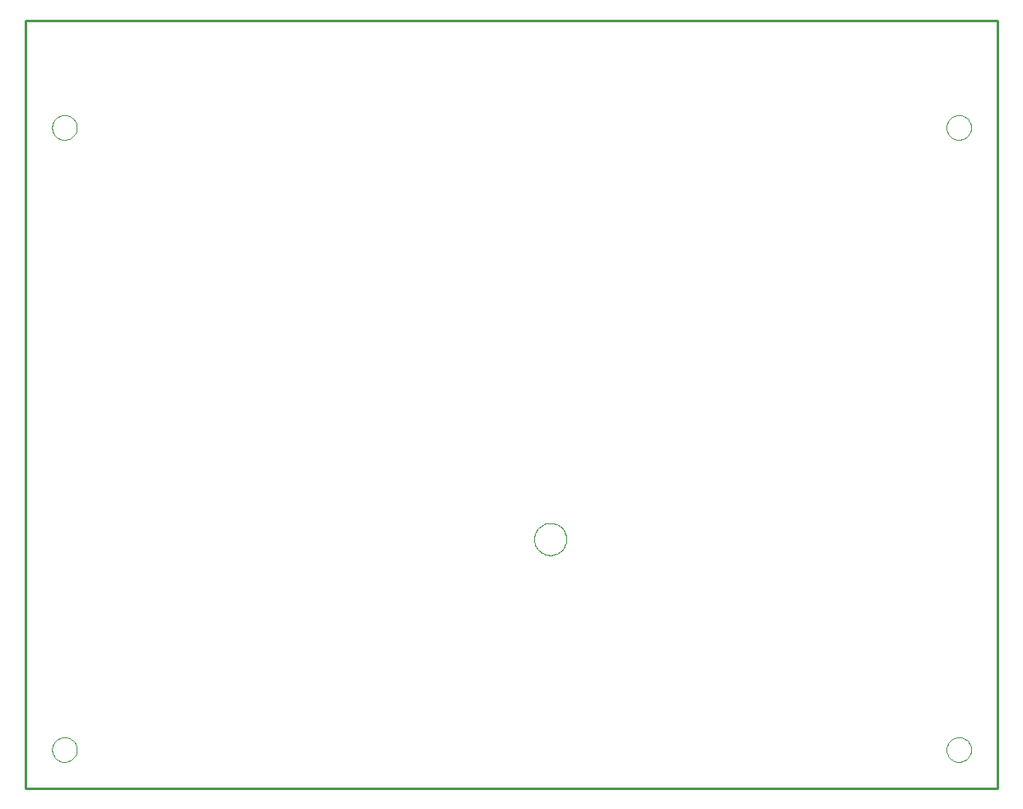
<source format=gbr>
G75*
G70*
%OFA0B0*%
%FSLAX24Y24*%
%IPPOS*%
%LPD*%
%AMOC8*
5,1,8,0,0,1.08239X$1,22.5*
%
%ADD10C,0.0100*%
%ADD11C,0.0000*%
D10*
X002590Y002338D02*
X002590Y033441D01*
X041960Y033441D01*
X041960Y002338D01*
X041965Y002338D01*
X041960Y002338D02*
X002595Y002338D01*
D11*
X003665Y003913D02*
X003667Y003958D01*
X003673Y004004D01*
X003684Y004048D01*
X003698Y004091D01*
X003716Y004133D01*
X003738Y004173D01*
X003763Y004211D01*
X003792Y004246D01*
X003824Y004278D01*
X003858Y004308D01*
X003896Y004334D01*
X003935Y004357D01*
X003976Y004376D01*
X004019Y004391D01*
X004063Y004403D01*
X004108Y004410D01*
X004154Y004413D01*
X004199Y004412D01*
X004244Y004407D01*
X004289Y004397D01*
X004332Y004384D01*
X004375Y004367D01*
X004415Y004346D01*
X004453Y004321D01*
X004489Y004294D01*
X004523Y004263D01*
X004553Y004229D01*
X004580Y004192D01*
X004604Y004153D01*
X004624Y004112D01*
X004640Y004070D01*
X004652Y004026D01*
X004660Y003981D01*
X004664Y003936D01*
X004664Y003890D01*
X004660Y003845D01*
X004652Y003800D01*
X004640Y003756D01*
X004624Y003714D01*
X004604Y003673D01*
X004580Y003634D01*
X004553Y003597D01*
X004523Y003563D01*
X004489Y003532D01*
X004453Y003505D01*
X004415Y003480D01*
X004375Y003459D01*
X004332Y003442D01*
X004289Y003429D01*
X004244Y003419D01*
X004199Y003414D01*
X004154Y003413D01*
X004108Y003416D01*
X004063Y003423D01*
X004019Y003435D01*
X003976Y003450D01*
X003935Y003469D01*
X003896Y003492D01*
X003858Y003518D01*
X003824Y003548D01*
X003792Y003580D01*
X003763Y003615D01*
X003738Y003653D01*
X003716Y003693D01*
X003698Y003735D01*
X003684Y003778D01*
X003673Y003822D01*
X003667Y003868D01*
X003665Y003913D01*
X023190Y012438D02*
X023193Y012497D01*
X023201Y012556D01*
X023214Y012613D01*
X023233Y012670D01*
X023256Y012724D01*
X023285Y012776D01*
X023318Y012825D01*
X023355Y012871D01*
X023396Y012913D01*
X023441Y012951D01*
X023490Y012986D01*
X023541Y013015D01*
X023595Y013040D01*
X023650Y013060D01*
X023708Y013074D01*
X023766Y013084D01*
X023825Y013088D01*
X023884Y013086D01*
X023943Y013080D01*
X024001Y013068D01*
X024058Y013050D01*
X024112Y013028D01*
X024165Y013001D01*
X024215Y012969D01*
X024262Y012933D01*
X024305Y012892D01*
X024344Y012848D01*
X024379Y012801D01*
X024410Y012750D01*
X024436Y012697D01*
X024457Y012642D01*
X024473Y012585D01*
X024484Y012527D01*
X024489Y012468D01*
X024489Y012408D01*
X024484Y012349D01*
X024473Y012291D01*
X024457Y012234D01*
X024436Y012179D01*
X024410Y012126D01*
X024379Y012075D01*
X024344Y012028D01*
X024305Y011984D01*
X024262Y011943D01*
X024215Y011907D01*
X024165Y011875D01*
X024112Y011848D01*
X024058Y011826D01*
X024001Y011808D01*
X023943Y011796D01*
X023884Y011790D01*
X023825Y011788D01*
X023766Y011792D01*
X023708Y011802D01*
X023650Y011816D01*
X023595Y011836D01*
X023541Y011861D01*
X023490Y011890D01*
X023441Y011925D01*
X023396Y011963D01*
X023355Y012005D01*
X023318Y012051D01*
X023285Y012100D01*
X023256Y012152D01*
X023233Y012206D01*
X023214Y012263D01*
X023201Y012320D01*
X023193Y012379D01*
X023190Y012438D01*
X039886Y003913D02*
X039888Y003958D01*
X039894Y004004D01*
X039905Y004048D01*
X039919Y004091D01*
X039937Y004133D01*
X039959Y004173D01*
X039984Y004211D01*
X040013Y004246D01*
X040045Y004278D01*
X040079Y004308D01*
X040117Y004334D01*
X040156Y004357D01*
X040197Y004376D01*
X040240Y004391D01*
X040284Y004403D01*
X040329Y004410D01*
X040375Y004413D01*
X040420Y004412D01*
X040465Y004407D01*
X040510Y004397D01*
X040553Y004384D01*
X040596Y004367D01*
X040636Y004346D01*
X040674Y004321D01*
X040710Y004294D01*
X040744Y004263D01*
X040774Y004229D01*
X040801Y004192D01*
X040825Y004153D01*
X040845Y004112D01*
X040861Y004070D01*
X040873Y004026D01*
X040881Y003981D01*
X040885Y003936D01*
X040885Y003890D01*
X040881Y003845D01*
X040873Y003800D01*
X040861Y003756D01*
X040845Y003714D01*
X040825Y003673D01*
X040801Y003634D01*
X040774Y003597D01*
X040744Y003563D01*
X040710Y003532D01*
X040674Y003505D01*
X040636Y003480D01*
X040596Y003459D01*
X040553Y003442D01*
X040510Y003429D01*
X040465Y003419D01*
X040420Y003414D01*
X040375Y003413D01*
X040329Y003416D01*
X040284Y003423D01*
X040240Y003435D01*
X040197Y003450D01*
X040156Y003469D01*
X040117Y003492D01*
X040079Y003518D01*
X040045Y003548D01*
X040013Y003580D01*
X039984Y003615D01*
X039959Y003653D01*
X039937Y003693D01*
X039919Y003735D01*
X039905Y003778D01*
X039894Y003822D01*
X039888Y003868D01*
X039886Y003913D01*
X039886Y029110D02*
X039888Y029155D01*
X039894Y029201D01*
X039905Y029245D01*
X039919Y029288D01*
X039937Y029330D01*
X039959Y029370D01*
X039984Y029408D01*
X040013Y029443D01*
X040045Y029475D01*
X040079Y029505D01*
X040117Y029531D01*
X040156Y029554D01*
X040197Y029573D01*
X040240Y029588D01*
X040284Y029600D01*
X040329Y029607D01*
X040375Y029610D01*
X040420Y029609D01*
X040465Y029604D01*
X040510Y029594D01*
X040553Y029581D01*
X040596Y029564D01*
X040636Y029543D01*
X040674Y029518D01*
X040710Y029491D01*
X040744Y029460D01*
X040774Y029426D01*
X040801Y029389D01*
X040825Y029350D01*
X040845Y029309D01*
X040861Y029267D01*
X040873Y029223D01*
X040881Y029178D01*
X040885Y029133D01*
X040885Y029087D01*
X040881Y029042D01*
X040873Y028997D01*
X040861Y028953D01*
X040845Y028911D01*
X040825Y028870D01*
X040801Y028831D01*
X040774Y028794D01*
X040744Y028760D01*
X040710Y028729D01*
X040674Y028702D01*
X040636Y028677D01*
X040596Y028656D01*
X040553Y028639D01*
X040510Y028626D01*
X040465Y028616D01*
X040420Y028611D01*
X040375Y028610D01*
X040329Y028613D01*
X040284Y028620D01*
X040240Y028632D01*
X040197Y028647D01*
X040156Y028666D01*
X040117Y028689D01*
X040079Y028715D01*
X040045Y028745D01*
X040013Y028777D01*
X039984Y028812D01*
X039959Y028850D01*
X039937Y028890D01*
X039919Y028932D01*
X039905Y028975D01*
X039894Y029019D01*
X039888Y029065D01*
X039886Y029110D01*
X003665Y029110D02*
X003667Y029155D01*
X003673Y029201D01*
X003684Y029245D01*
X003698Y029288D01*
X003716Y029330D01*
X003738Y029370D01*
X003763Y029408D01*
X003792Y029443D01*
X003824Y029475D01*
X003858Y029505D01*
X003896Y029531D01*
X003935Y029554D01*
X003976Y029573D01*
X004019Y029588D01*
X004063Y029600D01*
X004108Y029607D01*
X004154Y029610D01*
X004199Y029609D01*
X004244Y029604D01*
X004289Y029594D01*
X004332Y029581D01*
X004375Y029564D01*
X004415Y029543D01*
X004453Y029518D01*
X004489Y029491D01*
X004523Y029460D01*
X004553Y029426D01*
X004580Y029389D01*
X004604Y029350D01*
X004624Y029309D01*
X004640Y029267D01*
X004652Y029223D01*
X004660Y029178D01*
X004664Y029133D01*
X004664Y029087D01*
X004660Y029042D01*
X004652Y028997D01*
X004640Y028953D01*
X004624Y028911D01*
X004604Y028870D01*
X004580Y028831D01*
X004553Y028794D01*
X004523Y028760D01*
X004489Y028729D01*
X004453Y028702D01*
X004415Y028677D01*
X004375Y028656D01*
X004332Y028639D01*
X004289Y028626D01*
X004244Y028616D01*
X004199Y028611D01*
X004154Y028610D01*
X004108Y028613D01*
X004063Y028620D01*
X004019Y028632D01*
X003976Y028647D01*
X003935Y028666D01*
X003896Y028689D01*
X003858Y028715D01*
X003824Y028745D01*
X003792Y028777D01*
X003763Y028812D01*
X003738Y028850D01*
X003716Y028890D01*
X003698Y028932D01*
X003684Y028975D01*
X003673Y029019D01*
X003667Y029065D01*
X003665Y029110D01*
M02*

</source>
